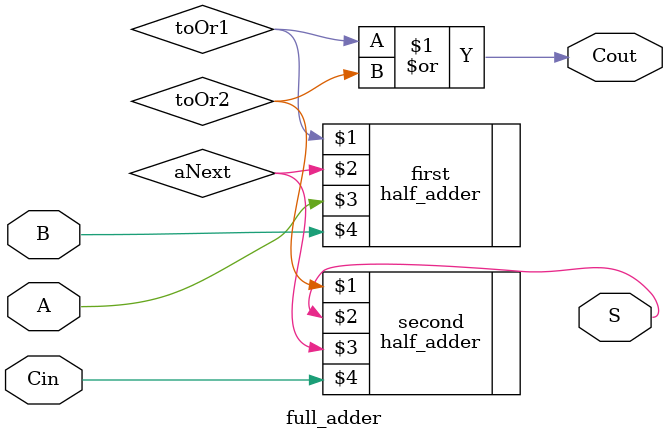
<source format=sv>
module full_adder(output logic Cout, S, input logic A, B , Cin);
  wire toOr1, toOr2, aNext;
  half_adder first(toOr1, aNext, A, B);
  half_adder second(toOr2, S, aNext, Cin);
  assign Cout = toOr1 | toOr2;
endmodule

</source>
